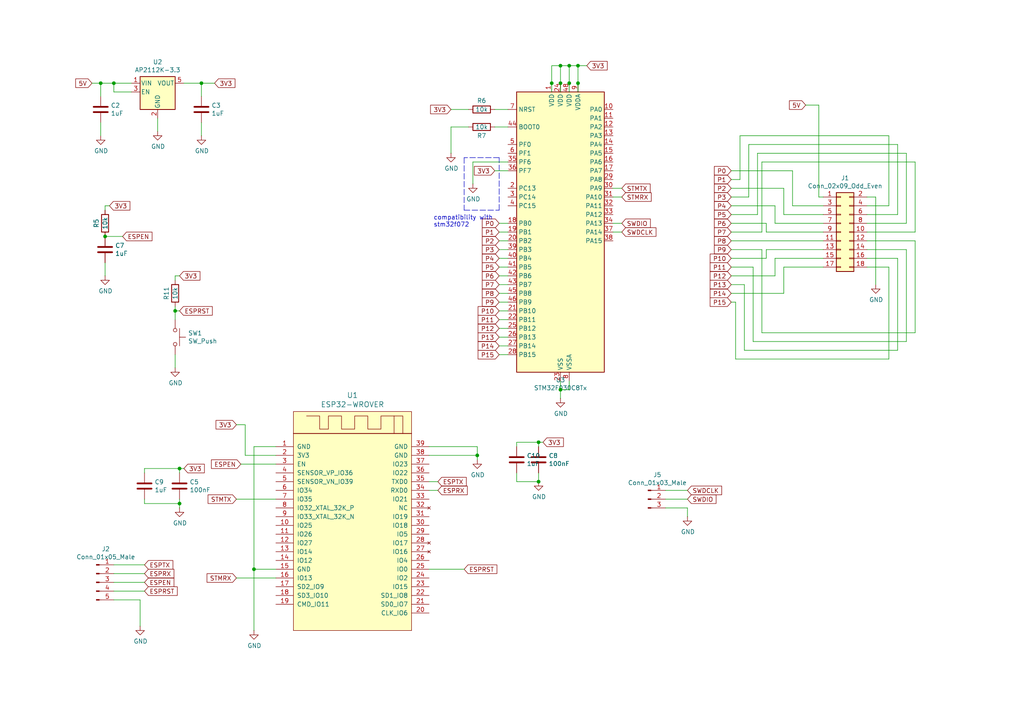
<source format=kicad_sch>
(kicad_sch (version 20250114) (generator "eeschema") (generator_version "9.0")
  (paper "A4")
  (lib_symbols
    (symbol "Connector:Conn_01x03_Male" (pin_names (offset 1.016) (hide yes))
      (property "Reference" "J" (at 0 5.08 0))
      (property "Value" "Connector_Conn_01x03_Male" (at 0 -5.08 0))
      (symbol "Conn_01x03_Male_1_1"
        (rectangle (start 0.8636 2.667) (end 0 2.413) (stroke (width 0.1524)) (fill (type outline)))
        (rectangle (start 0.8636 0.127) (end 0 -0.127) (stroke (width 0.1524)) (fill (type outline)))
        (rectangle (start 0.8636 -2.413) (end 0 -2.667) (stroke (width 0.1524)) (fill (type outline)))
        (polyline (pts (xy 1.27 2.54) (xy 0.8636 2.54)) (stroke (width 0.1524)))
        (polyline (pts (xy 1.27 0) (xy 0.8636 0)) (stroke (width 0.1524)))
        (polyline (pts (xy 1.27 -2.54) (xy 0.8636 -2.54)) (stroke (width 0.1524)))
        (pin passive line (at 5.08 2.54 180) (length 3.81) (name "Pin_1") (number "1"))
        (pin passive line (at 5.08 0 180) (length 3.81) (name "Pin_2") (number "2"))
        (pin passive line (at 5.08 -2.54 180) (length 3.81) (name "Pin_3") (number "3"))
      )
    )
    (symbol "Connector:Conn_01x05_Male" (pin_names (offset 1.016) (hide yes))
      (property "Reference" "J" (at 0 7.62 0))
      (property "Value" "Connector_Conn_01x05_Male" (at 0 -7.62 0))
      (symbol "Conn_01x05_Male_1_1"
        (rectangle (start 0.8636 5.207) (end 0 4.953) (stroke (width 0.1524)) (fill (type outline)))
        (rectangle (start 0.8636 2.667) (end 0 2.413) (stroke (width 0.1524)) (fill (type outline)))
        (rectangle (start 0.8636 0.127) (end 0 -0.127) (stroke (width 0.1524)) (fill (type outline)))
        (rectangle (start 0.8636 -2.413) (end 0 -2.667) (stroke (width 0.1524)) (fill (type outline)))
        (rectangle (start 0.8636 -4.953) (end 0 -5.207) (stroke (width 0.1524)) (fill (type outline)))
        (polyline (pts (xy 1.27 5.08) (xy 0.8636 5.08)) (stroke (width 0.1524)))
        (polyline (pts (xy 1.27 2.54) (xy 0.8636 2.54)) (stroke (width 0.1524)))
        (polyline (pts (xy 1.27 0) (xy 0.8636 0)) (stroke (width 0.1524)))
        (polyline (pts (xy 1.27 -2.54) (xy 0.8636 -2.54)) (stroke (width 0.1524)))
        (polyline (pts (xy 1.27 -5.08) (xy 0.8636 -5.08)) (stroke (width 0.1524)))
        (pin passive line (at 5.08 5.08 180) (length 3.81) (name "Pin_1") (number "1"))
        (pin passive line (at 5.08 2.54 180) (length 3.81) (name "Pin_2") (number "2"))
        (pin passive line (at 5.08 0 180) (length 3.81) (name "Pin_3") (number "3"))
        (pin passive line (at 5.08 -2.54 180) (length 3.81) (name "Pin_4") (number "4"))
        (pin passive line (at 5.08 -5.08 180) (length 3.81) (name "Pin_5") (number "5"))
      )
    )
    (symbol "Connector_Generic:Conn_02x09_Odd_Even" (pin_names (offset 1.016) (hide yes))
      (property "Reference" "J" (at 1.27 12.7 0))
      (property "Value" "Conn_02x09_Odd_Even" (at 1.27 -12.7 0))
      (symbol "Conn_02x09_Odd_Even_1_1"
        (rectangle (start -1.27 11.43) (end 3.81 -11.43) (stroke (width 0.254)) (fill (type background)))
        (rectangle (start -1.27 10.287) (end 0 10.033) (stroke (width 0.1524)))
        (rectangle (start -1.27 7.747) (end 0 7.493) (stroke (width 0.1524)))
        (rectangle (start -1.27 5.207) (end 0 4.953) (stroke (width 0.1524)))
        (rectangle (start -1.27 2.667) (end 0 2.413) (stroke (width 0.1524)))
        (rectangle (start -1.27 0.127) (end 0 -0.127) (stroke (width 0.1524)))
        (rectangle (start -1.27 -2.413) (end 0 -2.667) (stroke (width 0.1524)))
        (rectangle (start -1.27 -4.953) (end 0 -5.207) (stroke (width 0.1524)))
        (rectangle (start -1.27 -7.493) (end 0 -7.747) (stroke (width 0.1524)))
        (rectangle (start -1.27 -10.033) (end 0 -10.287) (stroke (width 0.1524)))
        (rectangle (start 3.81 10.287) (end 2.54 10.033) (stroke (width 0.1524)))
        (rectangle (start 3.81 7.747) (end 2.54 7.493) (stroke (width 0.1524)))
        (rectangle (start 3.81 5.207) (end 2.54 4.953) (stroke (width 0.1524)))
        (rectangle (start 3.81 2.667) (end 2.54 2.413) (stroke (width 0.1524)))
        (rectangle (start 3.81 0.127) (end 2.54 -0.127) (stroke (width 0.1524)))
        (rectangle (start 3.81 -2.413) (end 2.54 -2.667) (stroke (width 0.1524)))
        (rectangle (start 3.81 -4.953) (end 2.54 -5.207) (stroke (width 0.1524)))
        (rectangle (start 3.81 -7.493) (end 2.54 -7.747) (stroke (width 0.1524)))
        (rectangle (start 3.81 -10.033) (end 2.54 -10.287) (stroke (width 0.1524)))
        (pin passive line (at -5.08 10.16 0) (length 3.81) (name "Pin_1") (number "1"))
        (pin passive line (at -5.08 7.62 0) (length 3.81) (name "Pin_3") (number "3"))
        (pin passive line (at -5.08 5.08 0) (length 3.81) (name "Pin_5") (number "5"))
        (pin passive line (at -5.08 2.54 0) (length 3.81) (name "Pin_7") (number "7"))
        (pin passive line (at -5.08 0 0) (length 3.81) (name "Pin_9") (number "9"))
        (pin passive line (at -5.08 -2.54 0) (length 3.81) (name "Pin_11") (number "11"))
        (pin passive line (at -5.08 -5.08 0) (length 3.81) (name "Pin_13") (number "13"))
        (pin passive line (at -5.08 -7.62 0) (length 3.81) (name "Pin_15") (number "15"))
        (pin passive line (at -5.08 -10.16 0) (length 3.81) (name "Pin_17") (number "17"))
        (pin passive line (at 7.62 10.16 180) (length 3.81) (name "Pin_2") (number "2"))
        (pin passive line (at 7.62 7.62 180) (length 3.81) (name "Pin_4") (number "4"))
        (pin passive line (at 7.62 5.08 180) (length 3.81) (name "Pin_6") (number "6"))
        (pin passive line (at 7.62 2.54 180) (length 3.81) (name "Pin_8") (number "8"))
        (pin passive line (at 7.62 0 180) (length 3.81) (name "Pin_10") (number "10"))
        (pin passive line (at 7.62 -2.54 180) (length 3.81) (name "Pin_12") (number "12"))
        (pin passive line (at 7.62 -5.08 180) (length 3.81) (name "Pin_14") (number "14"))
        (pin passive line (at 7.62 -7.62 180) (length 3.81) (name "Pin_16") (number "16"))
        (pin passive line (at 7.62 -10.16 180) (length 3.81) (name "Pin_18") (number "18"))
      )
    )
    (symbol "Device:C" (pin_numbers (hide yes)) (pin_names (offset 0.254))
      (property "Reference" "C" (at 0.635 2.54 0))
      (property "Value" "C" (at 0.635 -2.54 0))
      (symbol "C_0_1"
        (polyline (pts (xy -2.032 0.762) (xy 2.032 0.762)) (stroke (width 0.508)))
        (polyline (pts (xy -2.032 -0.762) (xy 2.032 -0.762)) (stroke (width 0.508)))
      )
      (symbol "C_1_1"
        (pin passive line (at 0 3.81 270) (length 2.794) (name "~") (number "1"))
        (pin passive line (at 0 -3.81 90) (length 2.794) (name "~") (number "2"))
      )
    )
    (symbol "Device:R" (pin_numbers (hide yes)) (pin_names (offset 0))
      (property "Reference" "R" (at 2.032 0 90))
      (property "Value" "R" (at 0 0 90))
      (symbol "R_0_1"
        (rectangle (start -1.016 -2.54) (end 1.016 2.54) (stroke (width 0.254)))
      )
      (symbol "R_1_1"
        (pin passive line (at 0 3.81 270) (length 1.27) (name "~") (number "1"))
        (pin passive line (at 0 -3.81 90) (length 1.27) (name "~") (number "2"))
      )
    )
    (symbol "MCU_ST_STM32F0:STM32F030C8Tx"
      (property "Reference" "U" (at -12.7 41.91 0))
      (property "Value" "STM32F030C8Tx" (at 7.62 41.91 0))
      (symbol "STM32F030C8Tx_0_1"
        (rectangle (start -12.7 -40.64) (end 12.7 40.64) (stroke (width 0.254)) (fill (type background)))
      )
      (symbol "STM32F030C8Tx_1_1"
        (pin input line (at -15.24 35.56 0) (length 2.54) (name "NRST") (number "7"))
        (pin input line (at -15.24 30.48 0) (length 2.54) (name "BOOT0") (number "44"))
        (pin bidirectional line (at -15.24 25.4 0) (length 2.54) (name "PF0") (number "5"))
        (pin bidirectional line (at -15.24 22.86 0) (length 2.54) (name "PF1") (number "6"))
        (pin bidirectional line (at -15.24 20.32 0) (length 2.54) (name "PF6") (number "35"))
        (pin bidirectional line (at -15.24 17.78 0) (length 2.54) (name "PF7") (number "36"))
        (pin bidirectional line (at -15.24 12.7 0) (length 2.54) (name "PC13") (number "2"))
        (pin bidirectional line (at -15.24 10.16 0) (length 2.54) (name "PC14") (number "3"))
        (pin bidirectional line (at -15.24 7.62 0) (length 2.54) (name "PC15") (number "4"))
        (pin bidirectional line (at -15.24 2.54 0) (length 2.54) (name "PB0") (number "18"))
        (pin bidirectional line (at -15.24 0 0) (length 2.54) (name "PB1") (number "19"))
        (pin bidirectional line (at -15.24 -2.54 0) (length 2.54) (name "PB2") (number "20"))
        (pin bidirectional line (at -15.24 -5.08 0) (length 2.54) (name "PB3") (number "39"))
        (pin bidirectional line (at -15.24 -7.62 0) (length 2.54) (name "PB4") (number "40"))
        (pin bidirectional line (at -15.24 -10.16 0) (length 2.54) (name "PB5") (number "41"))
        (pin bidirectional line (at -15.24 -12.7 0) (length 2.54) (name "PB6") (number "42"))
        (pin bidirectional line (at -15.24 -15.24 0) (length 2.54) (name "PB7") (number "43"))
        (pin bidirectional line (at -15.24 -17.78 0) (length 2.54) (name "PB8") (number "45"))
        (pin bidirectional line (at -15.24 -20.32 0) (length 2.54) (name "PB9") (number "46"))
        (pin bidirectional line (at -15.24 -22.86 0) (length 2.54) (name "PB10") (number "21"))
        (pin bidirectional line (at -15.24 -25.4 0) (length 2.54) (name "PB11") (number "22"))
        (pin bidirectional line (at -15.24 -27.94 0) (length 2.54) (name "PB12") (number "25"))
        (pin bidirectional line (at -15.24 -30.48 0) (length 2.54) (name "PB13") (number "26"))
        (pin bidirectional line (at -15.24 -33.02 0) (length 2.54) (name "PB14") (number "27"))
        (pin bidirectional line (at -15.24 -35.56 0) (length 2.54) (name "PB15") (number "28"))
        (pin power_in line (at -2.54 43.18 270) (length 2.54) (name "VDD") (number "1"))
        (pin power_in line (at 0 43.18 270) (length 2.54) (name "VDD") (number "24"))
        (pin power_in line (at 0 -43.18 90) (length 2.54) (name "VSS") (number "23"))
        (pin passive line (at 0 -43.18 90) (length 2.54) (hide yes) (name "VSS") (number "47"))
        (pin power_in line (at 2.54 43.18 270) (length 2.54) (name "VDD") (number "48"))
        (pin power_in line (at 2.54 -43.18 90) (length 2.54) (name "VSSA") (number "8"))
        (pin power_in line (at 5.08 43.18 270) (length 2.54) (name "VDDA") (number "9"))
        (pin bidirectional line (at 15.24 35.56 180) (length 2.54) (name "PA0") (number "10"))
        (pin bidirectional line (at 15.24 33.02 180) (length 2.54) (name "PA1") (number "11"))
        (pin bidirectional line (at 15.24 30.48 180) (length 2.54) (name "PA2") (number "12"))
        (pin bidirectional line (at 15.24 27.94 180) (length 2.54) (name "PA3") (number "13"))
        (pin bidirectional line (at 15.24 25.4 180) (length 2.54) (name "PA4") (number "14"))
        (pin bidirectional line (at 15.24 22.86 180) (length 2.54) (name "PA5") (number "15"))
        (pin bidirectional line (at 15.24 20.32 180) (length 2.54) (name "PA6") (number "16"))
        (pin bidirectional line (at 15.24 17.78 180) (length 2.54) (name "PA7") (number "17"))
        (pin bidirectional line (at 15.24 15.24 180) (length 2.54) (name "PA8") (number "29"))
        (pin bidirectional line (at 15.24 12.7 180) (length 2.54) (name "PA9") (number "30"))
        (pin bidirectional line (at 15.24 10.16 180) (length 2.54) (name "PA10") (number "31"))
        (pin bidirectional line (at 15.24 7.62 180) (length 2.54) (name "PA11") (number "32"))
        (pin bidirectional line (at 15.24 5.08 180) (length 2.54) (name "PA12") (number "33"))
        (pin bidirectional line (at 15.24 2.54 180) (length 2.54) (name "PA13") (number "34"))
        (pin bidirectional line (at 15.24 0 180) (length 2.54) (name "PA14") (number "37"))
        (pin bidirectional line (at 15.24 -2.54 180) (length 2.54) (name "PA15") (number "38"))
      )
    )
    (symbol "Regulator_Linear:AP2112K-3.3" (pin_names (offset 0.254))
      (property "Reference" "U" (at -5.08 5.715 0))
      (property "Value" "AP2112K-3.3" (at 0 5.715 0))
      (symbol "AP2112K-3.3_0_1"
        (rectangle (start -5.08 4.445) (end 5.08 -5.08) (stroke (width 0.254)) (fill (type background)))
      )
      (symbol "AP2112K-3.3_1_1"
        (pin power_in line (at -7.62 2.54 0) (length 2.54) (name "VIN") (number "1"))
        (pin input line (at -7.62 0 0) (length 2.54) (name "EN") (number "3"))
        (pin power_in line (at 0 -7.62 90) (length 2.54) (name "GND") (number "2"))
        (pin no_connect line (at 5.08 0 180) (length 2.54) (hide yes) (name "NC") (number "4"))
        (pin power_out line (at 7.62 2.54 180) (length 2.54) (name "VOUT") (number "5"))
      )
    )
    (symbol "Switch:SW_Push" (pin_numbers (hide yes)) (pin_names (offset 1.016) (hide yes))
      (property "Reference" "SW" (at 1.27 2.54 0))
      (property "Value" "SW_Push" (at 0 -1.524 0))
      (symbol "SW_Push_0_1"
        (circle (center -2.032 0) (radius 0.508))
        (polyline (pts (xy 0 1.27) (xy 0 3.048)))
        (circle (center 2.032 0) (radius 0.508))
        (polyline (pts (xy 2.54 1.27) (xy -2.54 1.27)))
        (pin passive line (at -5.08 0 0) (length 2.54) (name "1") (number "1"))
        (pin passive line (at 5.08 0 180) (length 2.54) (name "2") (number "2"))
      )
    )
    (symbol "esp32-wrover:ESP32-WROVER" (pin_names (offset 1.016))
      (property "Reference" "U" (at -15.24 -33.02 0))
      (property "Value" "ESP32-WROVER" (at 6.35 -33.02 0))
      (symbol "ESP32-WROVER_0_1"
        (rectangle (start -17.78 29.21) (end 16.51 22.86) (fill (type background)))
        (rectangle (start -17.78 22.86) (end 16.51 -34.29) (fill (type background)))
        (polyline (pts (xy -13.97 27.94) (xy -10.16 27.94) (xy -10.16 24.13) (xy -7.62 24.13) (xy -7.62 27.94) (xy -3.81 27.94) (xy -3.81 24.13) (xy 0 24.13) (xy 0 27.94) (xy 3.81 27.94) (xy 3.81 24.13) (xy 7.62 24.13) (xy 7.62 27.94) (xy 11.43 27.94) (xy 11.43 22.86)))
        (polyline (pts (xy 11.43 27.94) (xy 13.97 27.94) (xy 13.97 22.86)))
      )
      (symbol "ESP32-WROVER_1_1"
        (pin power_in line (at -22.86 19.05 0) (length 5.08) (name "GND") (number "1"))
        (pin power_in line (at -22.86 16.51 0) (length 5.08) (name "3V3") (number "2"))
        (pin input line (at -22.86 13.97 0) (length 5.08) (name "EN") (number "3"))
        (pin input line (at -22.86 11.43 0) (length 5.08) (name "SENSOR_VP_IO36") (number "4"))
        (pin input line (at -22.86 8.89 0) (length 5.08) (name "SENSOR_VN_IO39") (number "5"))
        (pin input line (at -22.86 6.35 0) (length 5.08) (name "IO34") (number "6"))
        (pin input line (at -22.86 3.81 0) (length 5.08) (name "IO35") (number "7"))
        (pin bidirectional line (at -22.86 1.27 0) (length 5.08) (name "IO32_XTAL_32K_P") (number "8"))
        (pin bidirectional line (at -22.86 -1.27 0) (length 5.08) (name "IO33_XTAL_32K_N") (number "9"))
        (pin bidirectional line (at -22.86 -3.81 0) (length 5.08) (name "IO25") (number "10"))
        (pin bidirectional line (at -22.86 -6.35 0) (length 5.08) (name "IO26") (number "11"))
        (pin bidirectional line (at -22.86 -8.89 0) (length 5.08) (name "IO27") (number "12"))
        (pin bidirectional line (at -22.86 -11.43 0) (length 5.08) (name "IO14") (number "13"))
        (pin bidirectional line (at -22.86 -13.97 0) (length 5.08) (name "IO12") (number "14"))
        (pin power_in line (at -22.86 -16.51 0) (length 5.08) (name "GND") (number "15"))
        (pin bidirectional line (at -22.86 -19.05 0) (length 5.08) (name "IO13") (number "16"))
        (pin bidirectional line (at -22.86 -21.59 0) (length 5.08) (name "SD2_IO9") (number "17"))
        (pin bidirectional line (at -22.86 -24.13 0) (length 5.08) (name "SD3_IO10") (number "18"))
        (pin bidirectional line (at -22.86 -26.67 0) (length 5.08) (name "CMD_IO11") (number "19"))
        (pin power_in line (at 21.59 19.05 180) (length 5.08) (name "GND") (number "39"))
        (pin power_in line (at 21.59 16.51 180) (length 5.08) (name "GND") (number "38"))
        (pin bidirectional line (at 21.59 13.97 180) (length 5.08) (name "IO23") (number "37"))
        (pin bidirectional line (at 21.59 11.43 180) (length 5.08) (name "IO22") (number "36"))
        (pin output line (at 21.59 8.89 180) (length 5.08) (name "TXD0") (number "35"))
        (pin input line (at 21.59 6.35 180) (length 5.08) (name "RXD0") (number "34"))
        (pin bidirectional line (at 21.59 3.81 180) (length 5.08) (name "IO21") (number "33"))
        (pin no_connect line (at 21.59 1.27 180) (length 5.08) (name "NC") (number "32"))
        (pin bidirectional line (at 21.59 -1.27 180) (length 5.08) (name "IO19") (number "31"))
        (pin bidirectional line (at 21.59 -3.81 180) (length 5.08) (name "IO18") (number "30"))
        (pin bidirectional line (at 21.59 -6.35 180) (length 5.08) (name "IO5") (number "29"))
        (pin no_connect line (at 21.59 -8.89 180) (length 5.08) (name "IO17") (number "28"))
        (pin no_connect line (at 21.59 -11.43 180) (length 5.08) (name "IO16") (number "27"))
        (pin bidirectional line (at 21.59 -13.97 180) (length 5.08) (name "IO4") (number "26"))
        (pin bidirectional line (at 21.59 -16.51 180) (length 5.08) (name "IO0") (number "25"))
        (pin bidirectional line (at 21.59 -19.05 180) (length 5.08) (name "IO2") (number "24"))
        (pin bidirectional line (at 21.59 -21.59 180) (length 5.08) (name "IO15") (number "23"))
        (pin bidirectional line (at 21.59 -24.13 180) (length 5.08) (name "SD1_IO8") (number "22"))
        (pin bidirectional line (at 21.59 -26.67 180) (length 5.08) (name "SD0_IO7") (number "21"))
        (pin bidirectional line (at 21.59 -29.21 180) (length 5.08) (name "CLK_IO6") (number "20"))
      )
    )
    (symbol "power:GND" (power) (pin_numbers (hide yes)) (pin_names (offset 0) (hide yes))
      (property "Value" "GND" (at 0 -3.81 0))
      (symbol "GND_0_1"
        (polyline (pts (xy 0 0) (xy 0 -1.27) (xy 1.27 -1.27) (xy 0 -2.54) (xy -1.27 -1.27) (xy 0 -1.27)))
      )
      (symbol "GND_1_1"
        (pin power_in line (at 0 0 270) (length 0) (name "~") (number "1"))
      )
    )
  )
  (text "compatibility with\nstm32f072" (at 125.73 66.04 0) (effects (font (size 1.27 1.27)) (justify left bottom)))
  (junction (at 73.66 165.1))
  (junction (at 165.1 24.13))
  (junction (at 162.56 24.13))
  (junction (at 33.02 24.13))
  (junction (at 162.56 113.03))
  (junction (at 165.1 19.05))
  (junction (at 50.8 90.17))
  (junction (at 156.21 128.27))
  (junction (at 29.21 24.13))
  (junction (at 162.56 19.05))
  (junction (at 58.42 24.13))
  (junction (at 52.07 146.05))
  (junction (at 52.07 135.89))
  (junction (at 167.64 24.13))
  (junction (at 156.21 139.7))
  (junction (at 30.48 68.58))
  (junction (at 160.02 24.13))
  (junction (at 138.43 132.08))
  (junction (at 167.64 19.05))
  (wire (pts (xy 237.49 30.48) (xy 237.49 57.15)))
  (wire (pts (xy 162.56 26.67) (xy 162.56 24.13)))
  (wire (pts (xy 147.32 67.31) (xy 144.78 67.31)))
  (wire (pts (xy 138.43 132.08) (xy 138.43 133.35)))
  (wire (pts (xy 156.21 137.16) (xy 156.21 139.7)))
  (wire (pts (xy 222.25 72.39) (xy 222.25 74.93)))
  (wire (pts (xy 147.32 46.99) (xy 137.16 46.99)))
  (wire (pts (xy 50.8 80.01) (xy 50.8 81.28)))
  (wire (pts (xy 68.58 144.78) (xy 80.01 144.78)))
  (wire (pts (xy 149.86 139.7) (xy 156.21 139.7)))
  (wire (pts (xy 212.09 74.93) (xy 222.25 74.93)))
  (wire (pts (xy 212.09 57.15) (xy 217.17 57.15)))
  (wire (pts (xy 212.09 64.77) (xy 222.25 64.77)))
  (wire (pts (xy 167.64 19.05) (xy 167.64 24.13)))
  (polyline (pts (xy 144.78 45.72) (xy 134.62 45.72)) (stroke (width 0) (type dash)))
  (wire (pts (xy 68.58 167.64) (xy 80.01 167.64)))
  (wire (pts (xy 33.02 166.37) (xy 41.91 166.37)))
  (wire (pts (xy 260.35 74.93) (xy 251.46 74.93)))
  (wire (pts (xy 147.32 36.83) (xy 143.51 36.83)))
  (wire (pts (xy 212.09 69.85) (xy 238.76 69.85)))
  (wire (pts (xy 219.71 44.45) (xy 262.89 44.45)))
  (wire (pts (xy 212.09 82.55) (xy 215.9 82.55)))
  (bus (pts (xy -31.75 -25.4) (xy -29.21 -22.86)))
  (wire (pts (xy 58.42 24.13) (xy 53.34 24.13)))
  (wire (pts (xy 212.09 49.53) (xy 229.87 49.53)))
  (wire (pts (xy 162.56 113.03) (xy 162.56 110.49)))
  (wire (pts (xy 220.98 46.99) (xy 265.43 46.99)))
  (wire (pts (xy 147.32 64.77) (xy 144.78 64.77)))
  (wire (pts (xy 218.44 77.47) (xy 218.44 99.06)))
  (wire (pts (xy 167.64 19.05) (xy 170.18 19.05)))
  (wire (pts (xy 29.21 24.13) (xy 29.21 27.94)))
  (wire (pts (xy 33.02 173.99) (xy 40.64 173.99)))
  (wire (pts (xy 215.9 82.55) (xy 215.9 101.6)))
  (wire (pts (xy 31.75 59.69) (xy 30.48 59.69)))
  (wire (pts (xy 52.07 144.78) (xy 52.07 146.05)))
  (wire (pts (xy 212.09 67.31) (xy 220.98 67.31)))
  (wire (pts (xy 165.1 110.49) (xy 165.1 113.03)))
  (wire (pts (xy 135.89 36.83) (xy 130.81 36.83)))
  (wire (pts (xy 238.76 57.15) (xy 237.49 57.15)))
  (polyline (pts (xy 134.62 60.96) (xy 144.78 60.96)) (stroke (width 0) (type dash)))
  (wire (pts (xy 262.89 44.45) (xy 262.89 64.77)))
  (wire (pts (xy 30.48 76.2) (xy 30.48 80.01)))
  (wire (pts (xy 165.1 19.05) (xy 165.1 24.13)))
  (wire (pts (xy 35.56 68.58) (xy 30.48 68.58)))
  (wire (pts (xy 265.43 67.31) (xy 251.46 67.31)))
  (wire (pts (xy 260.35 62.23) (xy 251.46 62.23)))
  (wire (pts (xy 52.07 135.89) (xy 52.07 137.16)))
  (wire (pts (xy 41.91 146.05) (xy 52.07 146.05)))
  (wire (pts (xy 213.36 87.63) (xy 212.09 87.63)))
  (wire (pts (xy 30.48 59.69) (xy 30.48 60.96)))
  (wire (pts (xy 52.07 90.17) (xy 50.8 90.17)))
  (polyline (pts (xy 134.62 45.72) (xy 134.62 60.96)) (stroke (width 0) (type dash)))
  (wire (pts (xy 127 139.7) (xy 124.46 139.7)))
  (wire (pts (xy 138.43 129.54) (xy 138.43 132.08)))
  (wire (pts (xy 257.81 59.69) (xy 251.46 59.69)))
  (wire (pts (xy 212.09 62.23) (xy 219.71 62.23)))
  (wire (pts (xy 50.8 102.87) (xy 50.8 106.68)))
  (wire (pts (xy 217.17 57.15) (xy 217.17 41.91)))
  (wire (pts (xy 227.33 62.23) (xy 238.76 62.23)))
  (wire (pts (xy 180.34 67.31) (xy 177.8 67.31)))
  (wire (pts (xy 260.35 101.6) (xy 260.35 74.93)))
  (wire (pts (xy 217.17 41.91) (xy 260.35 41.91)))
  (wire (pts (xy 238.76 74.93) (xy 224.79 74.93)))
  (wire (pts (xy 147.32 92.71) (xy 144.78 92.71)))
  (wire (pts (xy 262.89 64.77) (xy 251.46 64.77)))
  (wire (pts (xy 157.48 128.27) (xy 156.21 128.27)))
  (wire (pts (xy 262.89 99.06) (xy 262.89 72.39)))
  (wire (pts (xy 147.32 82.55) (xy 144.78 82.55)))
  (wire (pts (xy 165.1 113.03) (xy 162.56 113.03)))
  (wire (pts (xy 41.91 144.78) (xy 41.91 146.05)))
  (wire (pts (xy 147.32 72.39) (xy 144.78 72.39)))
  (wire (pts (xy 224.79 74.93) (xy 224.79 80.01)))
  (wire (pts (xy 218.44 99.06) (xy 262.89 99.06)))
  (wire (pts (xy 40.64 173.99) (xy 40.64 181.61)))
  (wire (pts (xy 29.21 35.56) (xy 29.21 39.37)))
  (wire (pts (xy 71.12 132.08) (xy 80.01 132.08)))
  (wire (pts (xy 149.86 128.27) (xy 149.86 129.54)))
  (wire (pts (xy 147.32 87.63) (xy 144.78 87.63)))
  (wire (pts (xy 220.98 96.52) (xy 220.98 72.39)))
  (wire (pts (xy 147.32 69.85) (xy 144.78 69.85)))
  (wire (pts (xy 199.39 142.24) (xy 193.04 142.24)))
  (wire (pts (xy 53.34 135.89) (xy 52.07 135.89)))
  (wire (pts (xy 29.21 24.13) (xy 33.02 24.13)))
  (wire (pts (xy 165.1 19.05) (xy 167.64 19.05)))
  (wire (pts (xy 257.81 77.47) (xy 257.81 104.14)))
  (wire (pts (xy 149.86 137.16) (xy 149.86 139.7)))
  (wire (pts (xy 147.32 97.79) (xy 144.78 97.79)))
  (wire (pts (xy 124.46 132.08) (xy 138.43 132.08)))
  (wire (pts (xy 33.02 163.83) (xy 41.91 163.83)))
  (wire (pts (xy 147.32 85.09) (xy 144.78 85.09)))
  (wire (pts (xy 212.09 77.47) (xy 218.44 77.47)))
  (wire (pts (xy 251.46 69.85) (xy 265.43 69.85)))
  (wire (pts (xy 38.1 24.13) (xy 33.02 24.13)))
  (wire (pts (xy 180.34 54.61) (xy 177.8 54.61)))
  (wire (pts (xy 124.46 129.54) (xy 138.43 129.54)))
  (wire (pts (xy 62.23 24.13) (xy 58.42 24.13)))
  (wire (pts (xy 33.02 26.67) (xy 38.1 26.67)))
  (wire (pts (xy 58.42 35.56) (xy 58.42 39.37)))
  (wire (pts (xy 180.34 57.15) (xy 177.8 57.15)))
  (wire (pts (xy 224.79 64.77) (xy 238.76 64.77)))
  (wire (pts (xy 251.46 77.47) (xy 257.81 77.47)))
  (wire (pts (xy 68.58 123.19) (xy 71.12 123.19)))
  (wire (pts (xy 41.91 135.89) (xy 41.91 137.16)))
  (wire (pts (xy 229.87 49.53) (xy 229.87 59.69)))
  (wire (pts (xy 124.46 165.1) (xy 134.62 165.1)))
  (wire (pts (xy 214.63 52.07) (xy 212.09 52.07)))
  (wire (pts (xy 233.68 30.48) (xy 237.49 30.48)))
  (wire (pts (xy 130.81 44.45) (xy 130.81 36.83)))
  (wire (pts (xy 251.46 57.15) (xy 254 57.15)))
  (wire (pts (xy 52.07 80.01) (xy 50.8 80.01)))
  (wire (pts (xy 199.39 149.86) (xy 199.39 147.32)))
  (wire (pts (xy 45.72 38.1) (xy 45.72 34.29)))
  (wire (pts (xy 212.09 72.39) (xy 220.98 72.39)))
  (wire (pts (xy 73.66 129.54) (xy 73.66 165.1)))
  (wire (pts (xy 180.34 64.77) (xy 177.8 64.77)))
  (wire (pts (xy 162.56 115.57) (xy 162.56 113.03)))
  (wire (pts (xy 147.32 102.87) (xy 144.78 102.87)))
  (wire (pts (xy 33.02 171.45) (xy 41.91 171.45)))
  (wire (pts (xy 80.01 134.62) (xy 69.85 134.62)))
  (wire (pts (xy 227.33 77.47) (xy 227.33 85.09)))
  (wire (pts (xy 50.8 88.9) (xy 50.8 90.17)))
  (wire (pts (xy 199.39 147.32) (xy 193.04 147.32)))
  (wire (pts (xy 257.81 39.37) (xy 257.81 59.69)))
  (wire (pts (xy 229.87 59.69) (xy 238.76 59.69)))
  (wire (pts (xy 143.51 31.75) (xy 147.32 31.75)))
  (wire (pts (xy 212.09 85.09) (xy 227.33 85.09)))
  (wire (pts (xy 214.63 39.37) (xy 257.81 39.37)))
  (wire (pts (xy 147.32 77.47) (xy 144.78 77.47)))
  (wire (pts (xy 156.21 128.27) (xy 149.86 128.27)))
  (wire (pts (xy 260.35 41.91) (xy 260.35 62.23)))
  (wire (pts (xy 162.56 19.05) (xy 160.02 19.05)))
  (wire (pts (xy 160.02 24.13) (xy 160.02 26.67)))
  (wire (pts (xy 26.67 24.13) (xy 29.21 24.13)))
  (wire (pts (xy 160.02 19.05) (xy 160.02 24.13)))
  (wire (pts (xy 212.09 59.69) (xy 224.79 59.69)))
  (wire (pts (xy 254 57.15) (xy 254 82.55)))
  (wire (pts (xy 73.66 165.1) (xy 73.66 182.88)))
  (wire (pts (xy 265.43 96.52) (xy 220.98 96.52)))
  (wire (pts (xy 147.32 100.33) (xy 144.78 100.33)))
  (wire (pts (xy 265.43 46.99) (xy 265.43 67.31)))
  (wire (pts (xy 212.09 80.01) (xy 224.79 80.01)))
  (wire (pts (xy 52.07 146.05) (xy 52.07 147.32)))
  (wire (pts (xy 220.98 67.31) (xy 220.98 46.99)))
  (wire (pts (xy 147.32 49.53) (xy 143.51 49.53)))
  (wire (pts (xy 212.09 54.61) (xy 227.33 54.61)))
  (wire (pts (xy 219.71 62.23) (xy 219.71 44.45)))
  (wire (pts (xy 213.36 104.14) (xy 213.36 87.63)))
  (wire (pts (xy 238.76 72.39) (xy 222.25 72.39)))
  (wire (pts (xy 215.9 101.6) (xy 260.35 101.6)))
  (wire (pts (xy 199.39 144.78) (xy 193.04 144.78)))
  (wire (pts (xy 147.32 80.01) (xy 144.78 80.01)))
  (wire (pts (xy 58.42 27.94) (xy 58.42 24.13)))
  (wire (pts (xy 80.01 165.1) (xy 73.66 165.1)))
  (polyline (pts (xy 144.78 60.96) (xy 144.78 45.72)) (stroke (width 0) (type dash)))
  (wire (pts (xy 80.01 129.54) (xy 73.66 129.54)))
  (wire (pts (xy 135.89 31.75) (xy 130.81 31.75)))
  (wire (pts (xy 52.07 135.89) (xy 41.91 135.89)))
  (wire (pts (xy 222.25 67.31) (xy 238.76 67.31)))
  (wire (pts (xy 50.8 90.17) (xy 50.8 92.71)))
  (wire (pts (xy 147.32 90.17) (xy 144.78 90.17)))
  (wire (pts (xy 147.32 95.25) (xy 144.78 95.25)))
  (wire (pts (xy 147.32 74.93) (xy 144.78 74.93)))
  (wire (pts (xy 265.43 69.85) (xy 265.43 96.52)))
  (wire (pts (xy 257.81 104.14) (xy 213.36 104.14)))
  (wire (pts (xy 238.76 77.47) (xy 227.33 77.47)))
  (wire (pts (xy 214.63 52.07) (xy 214.63 39.37)))
  (wire (pts (xy 137.16 46.99) (xy 137.16 53.34)))
  (wire (pts (xy 222.25 64.77) (xy 222.25 67.31)))
  (wire (pts (xy 71.12 123.19) (xy 71.12 132.08)))
  (wire (pts (xy 165.1 24.13) (xy 165.1 26.67)))
  (wire (pts (xy 167.64 24.13) (xy 167.64 26.67)))
  (wire (pts (xy 127 142.24) (xy 124.46 142.24)))
  (wire (pts (xy 156.21 128.27) (xy 156.21 129.54)))
  (wire (pts (xy 162.56 24.13) (xy 162.56 19.05)))
  (wire (pts (xy 262.89 72.39) (xy 251.46 72.39)))
  (wire (pts (xy 227.33 54.61) (xy 227.33 62.23)))
  (wire (pts (xy 33.02 24.13) (xy 33.02 26.67)))
  (wire (pts (xy 224.79 59.69) (xy 224.79 64.77)))
  (wire (pts (xy 165.1 19.05) (xy 162.56 19.05)))
  (wire (pts (xy 33.02 168.91) (xy 41.91 168.91)))
  (global_label "5V" (shape input) (at 233.68 30.48 180) (property "Intersheetrefs" "${INTERSHEET_REFS}" (effects (hide yes))))
  (global_label "ESPEN" (shape input) (at 41.91 168.91 0) (property "Intersheetrefs" "${INTERSHEET_REFS}" (effects (hide yes))))
  (global_label "STMTX" (shape input) (at 180.34 54.61 0) (property "Intersheetrefs" "${INTERSHEET_REFS}" (effects (hide yes))))
  (global_label "P6" (shape input) (at 212.09 64.77 180) (property "Intersheetrefs" "${INTERSHEET_REFS}" (effects (hide yes))))
  (global_label "SWDIO" (shape input) (at 180.34 64.77 0) (property "Intersheetrefs" "${INTERSHEET_REFS}" (effects (hide yes))))
  (global_label "3V3" (shape input) (at 53.34 135.89 0) (property "Intersheetrefs" "${INTERSHEET_REFS}" (effects (hide yes))))
  (global_label "3V3" (shape input) (at 170.18 19.05 0) (property "Intersheetrefs" "${INTERSHEET_REFS}" (effects (hide yes))))
  (global_label "P4" (shape input) (at 212.09 59.69 180) (property "Intersheetrefs" "${INTERSHEET_REFS}" (effects (hide yes))))
  (global_label "P15" (shape input) (at 144.78 102.87 180) (property "Intersheetrefs" "${INTERSHEET_REFS}" (effects (hide yes))))
  (global_label "STMRX" (shape input) (at 180.34 57.15 0) (property "Intersheetrefs" "${INTERSHEET_REFS}" (effects (hide yes))))
  (global_label "P9" (shape input) (at 144.78 87.63 180) (property "Intersheetrefs" "${INTERSHEET_REFS}" (effects (hide yes))))
  (global_label "P3" (shape input) (at 212.09 57.15 180) (property "Intersheetrefs" "${INTERSHEET_REFS}" (effects (hide yes))))
  (global_label "3V3" (shape input) (at 143.51 49.53 180) (property "Intersheetrefs" "${INTERSHEET_REFS}" (effects (hide yes))))
  (global_label "STMTX" (shape input) (at 68.58 144.78 180) (property "Intersheetrefs" "${INTERSHEET_REFS}" (effects (hide yes))))
  (global_label "P11" (shape input) (at 144.78 92.71 180) (property "Intersheetrefs" "${INTERSHEET_REFS}" (effects (hide yes))))
  (global_label "ESPEN" (shape input) (at 35.56 68.58 0) (property "Intersheetrefs" "${INTERSHEET_REFS}" (effects (hide yes))))
  (global_label "P6" (shape input) (at 144.78 80.01 180) (property "Intersheetrefs" "${INTERSHEET_REFS}" (effects (hide yes))))
  (global_label "P5" (shape input) (at 212.09 62.23 180) (property "Intersheetrefs" "${INTERSHEET_REFS}" (effects (hide yes))))
  (global_label "P1" (shape input) (at 212.09 52.07 180) (property "Intersheetrefs" "${INTERSHEET_REFS}" (effects (hide yes))))
  (global_label "ESPRST" (shape input) (at 41.91 171.45 0) (property "Intersheetrefs" "${INTERSHEET_REFS}" (effects (hide yes))))
  (global_label "STMRX" (shape input) (at 68.58 167.64 180) (property "Intersheetrefs" "${INTERSHEET_REFS}" (effects (hide yes))))
  (global_label "P14" (shape input) (at 144.78 100.33 180) (property "Intersheetrefs" "${INTERSHEET_REFS}" (effects (hide yes))))
  (global_label "ESPRST" (shape input) (at 134.62 165.1 0) (property "Intersheetrefs" "${INTERSHEET_REFS}" (effects (hide yes))))
  (global_label "P13" (shape input) (at 144.78 97.79 180) (property "Intersheetrefs" "${INTERSHEET_REFS}" (effects (hide yes))))
  (global_label "5V" (shape input) (at 26.67 24.13 180) (property "Intersheetrefs" "${INTERSHEET_REFS}" (effects (hide yes))))
  (global_label "ESPTX" (shape input) (at 127 139.7 0) (property "Intersheetrefs" "${INTERSHEET_REFS}" (effects (hide yes))))
  (global_label "P7" (shape input) (at 144.78 82.55 180) (property "Intersheetrefs" "${INTERSHEET_REFS}" (effects (hide yes))))
  (global_label "P9" (shape input) (at 212.09 72.39 180) (property "Intersheetrefs" "${INTERSHEET_REFS}" (effects (hide yes))))
  (global_label "P14" (shape input) (at 212.09 85.09 180) (property "Intersheetrefs" "${INTERSHEET_REFS}" (effects (hide yes))))
  (global_label "SWDIO" (shape input) (at 199.39 144.78 0) (property "Intersheetrefs" "${INTERSHEET_REFS}" (effects (hide yes))))
  (global_label "ESPTX" (shape input) (at 41.91 163.83 0) (property "Intersheetrefs" "${INTERSHEET_REFS}" (effects (hide yes))))
  (global_label "P4" (shape input) (at 144.78 74.93 180) (property "Intersheetrefs" "${INTERSHEET_REFS}" (effects (hide yes))))
  (global_label "P10" (shape input) (at 144.78 90.17 180) (property "Intersheetrefs" "${INTERSHEET_REFS}" (effects (hide yes))))
  (global_label "P12" (shape input) (at 144.78 95.25 180) (property "Intersheetrefs" "${INTERSHEET_REFS}" (effects (hide yes))))
  (global_label "3V3" (shape input) (at 62.23 24.13 0) (property "Intersheetrefs" "${INTERSHEET_REFS}" (effects (hide yes))))
  (global_label "P0" (shape input) (at 144.78 64.77 180) (property "Intersheetrefs" "${INTERSHEET_REFS}" (effects (hide yes))))
  (global_label "P8" (shape input) (at 212.09 69.85 180) (property "Intersheetrefs" "${INTERSHEET_REFS}" (effects (hide yes))))
  (global_label "3V3" (shape input) (at 157.48 128.27 0) (property "Intersheetrefs" "${INTERSHEET_REFS}" (effects (hide yes))))
  (global_label "P2" (shape input) (at 212.09 54.61 180) (property "Intersheetrefs" "${INTERSHEET_REFS}" (effects (hide yes))))
  (global_label "P1" (shape input) (at 144.78 67.31 180) (property "Intersheetrefs" "${INTERSHEET_REFS}" (effects (hide yes))))
  (global_label "P8" (shape input) (at 144.78 85.09 180) (property "Intersheetrefs" "${INTERSHEET_REFS}" (effects (hide yes))))
  (global_label "P0" (shape input) (at 212.09 49.53 180) (property "Intersheetrefs" "${INTERSHEET_REFS}" (effects (hide yes))))
  (global_label "ESPRX" (shape input) (at 127 142.24 0) (property "Intersheetrefs" "${INTERSHEET_REFS}" (effects (hide yes))))
  (global_label "P10" (shape input) (at 212.09 74.93 180) (property "Intersheetrefs" "${INTERSHEET_REFS}" (effects (hide yes))))
  (global_label "P2" (shape input) (at 144.78 69.85 180) (property "Intersheetrefs" "${INTERSHEET_REFS}" (effects (hide yes))))
  (global_label "P13" (shape input) (at 212.09 82.55 180) (property "Intersheetrefs" "${INTERSHEET_REFS}" (effects (hide yes))))
  (global_label "ESPRST" (shape input) (at 52.07 90.17 0) (property "Intersheetrefs" "${INTERSHEET_REFS}" (effects (hide yes))))
  (global_label "P12" (shape input) (at 212.09 80.01 180) (property "Intersheetrefs" "${INTERSHEET_REFS}" (effects (hide yes))))
  (global_label "SWDCLK" (shape input) (at 199.39 142.24 0) (property "Intersheetrefs" "${INTERSHEET_REFS}" (effects (hide yes))))
  (global_label "P15" (shape input) (at 212.09 87.63 180) (property "Intersheetrefs" "${INTERSHEET_REFS}" (effects (hide yes))))
  (global_label "3V3" (shape input) (at 31.75 59.69 0) (property "Intersheetrefs" "${INTERSHEET_REFS}" (effects (hide yes))))
  (global_label "ESPRX" (shape input) (at 41.91 166.37 0) (property "Intersheetrefs" "${INTERSHEET_REFS}" (effects (hide yes))))
  (global_label "3V3" (shape input) (at 130.81 31.75 180) (property "Intersheetrefs" "${INTERSHEET_REFS}" (effects (hide yes))))
  (global_label "P5" (shape input) (at 144.78 77.47 180) (property "Intersheetrefs" "${INTERSHEET_REFS}" (effects (hide yes))))
  (global_label "3V3" (shape input) (at 68.58 123.19 180) (property "Intersheetrefs" "${INTERSHEET_REFS}" (effects (hide yes))))
  (global_label "ESPEN" (shape input) (at 69.85 134.62 180) (property "Intersheetrefs" "${INTERSHEET_REFS}" (effects (hide yes))))
  (global_label "SWDCLK" (shape input) (at 180.34 67.31 0) (property "Intersheetrefs" "${INTERSHEET_REFS}" (effects (hide yes))))
  (global_label "P3" (shape input) (at 144.78 72.39 180) (property "Intersheetrefs" "${INTERSHEET_REFS}" (effects (hide yes))))
  (global_label "P7" (shape input) (at 212.09 67.31 180) (property "Intersheetrefs" "${INTERSHEET_REFS}" (effects (hide yes))))
  (global_label "P11" (shape input) (at 212.09 77.47 180) (property "Intersheetrefs" "${INTERSHEET_REFS}" (effects (hide yes))))
  (global_label "3V3" (shape input) (at 52.07 80.01 0) (property "Intersheetrefs" "${INTERSHEET_REFS}" (effects (hide yes))))
  (symbol (lib_id "esp32-wrover:ESP32-WROVER") (at 102.87 148.59 0) (unit 1)
    (property "Reference" "U1" (at 102.235 114.6302 0) (effects (font (size 1.524 1.524))))
    (property "Value" "ESP32-WROVER" (at 102.235 117.3226 0) (effects (font (size 1.524 1.524))))
    (property "Footprint" "esp32-wrover:XCVR_ESP32-WROVER" (effects (hide yes)))
    (property "LCSC" "C701352" (effects (hide yes)))
  )
  (symbol (lib_id "power:GND") (at 162.56 115.57 0) (unit 1)
    (property "Reference" "#PWR0103" (effects (hide yes)))
    (property "Value" "GND" (at 162.687 119.9642 0))
  )
  (symbol (lib_id "Device:R") (at 139.7 31.75 270) (unit 1)
    (property "Reference" "R6" (at 139.7 29.21 90))
    (property "Value" "10k" (at 139.7 31.75 90))
    (property "Footprint" "Resistor_SMD:R_0402_1005Metric" (effects (hide yes)))
    (property "LCSC" "C25744" (effects (hide yes)))
  )
  (symbol (lib_id "Device:R") (at 139.7 36.83 270) (unit 1)
    (property "Reference" "R7" (at 139.7 39.37 90))
    (property "Value" "10k" (at 139.7 36.83 90))
    (property "Footprint" "Resistor_SMD:R_0402_1005Metric" (effects (hide yes)))
    (property "LCSC" "C25744" (effects (hide yes)))
  )
  (symbol (lib_id "power:GND") (at 130.81 44.45 0) (unit 1)
    (property "Reference" "#PWR0106" (effects (hide yes)))
    (property "Value" "GND" (at 130.937 48.8442 0))
  )
  (symbol (lib_id "Device:C") (at 30.48 72.39 0) (unit 1)
    (property "Reference" "C7" (at 33.401 71.2216 0) (effects (justify left)))
    (property "Value" "1uF" (at 33.401 73.533 0) (effects (justify left)))
    (property "Footprint" "Capacitor_SMD:C_0402_1005Metric" (effects (hide yes)))
    (property "LCSC" "C52923" (effects (hide yes)))
  )
  (symbol (lib_id "power:GND") (at 30.48 80.01 0) (unit 1)
    (property "Reference" "#PWR0112" (effects (hide yes)))
    (property "Value" "GND" (at 30.607 84.4042 0))
  )
  (symbol (lib_id "Device:C") (at 156.21 133.35 0) (unit 1)
    (property "Reference" "C8" (at 159.131 132.1816 0) (effects (justify left)))
    (property "Value" "100nF" (at 159.131 134.493 0) (effects (justify left)))
    (property "Footprint" "Capacitor_SMD:C_0402_1005Metric" (effects (hide yes)))
    (property "LCSC" "C1525" (effects (hide yes)))
  )
  (symbol (lib_id "power:GND") (at 156.21 139.7 0) (unit 1)
    (property "Reference" "#PWR0107" (effects (hide yes)))
    (property "Value" "GND" (at 156.337 144.0942 0))
  )
  (symbol (lib_id "Device:C") (at 52.07 140.97 0) (unit 1)
    (property "Reference" "C5" (at 54.991 139.8016 0) (effects (justify left)))
    (property "Value" "100nF" (at 54.991 142.113 0) (effects (justify left)))
    (property "Footprint" "Capacitor_SMD:C_0402_1005Metric" (effects (hide yes)))
    (property "LCSC" "C1525" (effects (hide yes)))
  )
  (symbol (lib_id "power:GND") (at 52.07 147.32 0) (unit 1)
    (property "Reference" "#PWR0108" (effects (hide yes)))
    (property "Value" "GND" (at 52.197 151.7142 0))
  )
  (symbol (lib_id "power:GND") (at 73.66 182.88 0) (unit 1)
    (property "Reference" "#PWR0109" (effects (hide yes)))
    (property "Value" "GND" (at 73.787 187.2742 0))
  )
  (symbol (lib_id "power:GND") (at 138.43 133.35 0) (unit 1)
    (property "Reference" "#PWR0110" (effects (hide yes)))
    (property "Value" "GND" (at 138.557 137.7442 0))
  )
  (symbol (lib_id "Device:C") (at 41.91 140.97 0) (unit 1)
    (property "Reference" "C9" (at 44.831 139.8016 0) (effects (justify left)))
    (property "Value" "1uF" (at 44.831 142.113 0) (effects (justify left)))
    (property "Footprint" "Capacitor_SMD:C_0402_1005Metric" (effects (hide yes)))
    (property "LCSC" "C52923" (effects (hide yes)))
  )
  (symbol (lib_id "Device:R") (at 30.48 64.77 0) (unit 1)
    (property "Reference" "R5" (at 27.94 64.77 90))
    (property "Value" "10k" (at 30.48 64.77 90))
    (property "Footprint" "Resistor_SMD:R_0402_1005Metric" (effects (hide yes)))
    (property "LCSC" "C25744" (effects (hide yes)))
  )
  (symbol (lib_id "Device:R") (at 50.8 85.09 0) (unit 1)
    (property "Reference" "R11" (at 48.26 85.09 90))
    (property "Value" "10k" (at 50.8 85.09 90))
    (property "Footprint" "Resistor_SMD:R_0402_1005Metric" (effects (hide yes)))
    (property "LCSC" "C25744" (effects (hide yes)))
  )
  (symbol (lib_id "Device:C") (at 149.86 133.35 0) (unit 1)
    (property "Reference" "C10" (at 152.781 132.1816 0) (effects (justify left)))
    (property "Value" "1uF" (at 152.781 134.493 0) (effects (justify left)))
    (property "Footprint" "Capacitor_SMD:C_0402_1005Metric" (effects (hide yes)))
    (property "LCSC" "C52923" (effects (hide yes)))
  )
  (symbol (lib_id "Connector:Conn_01x03_Male") (at 187.96 144.78 0) (unit 1)
    (property "Reference" "J5" (at 190.6524 137.7188 0))
    (property "Value" "Conn_01x03_Male" (at 190.6524 140.0302 0))
    (property "Footprint" "Connector_PinHeader_2.54mm:PinHeader_1x03_P2.54mm_Vertical" (effects (hide yes)))
  )
  (symbol (lib_id "power:GND") (at 199.39 149.86 0) (unit 1)
    (property "Reference" "#PWR0111" (effects (hide yes)))
    (property "Value" "GND" (at 199.517 154.2542 0))
  )
  (symbol (lib_id "MCU_ST_STM32F0:STM32F030C8Tx") (at 162.56 67.31 0) (unit 1)
    (property "Reference" "U3" (at 162.56 110.2106 0))
    (property "Value" "STM32F030C8Tx" (at 162.56 112.522 0))
    (property "Footprint" "Package_QFP:LQFP-48_7x7mm_P0.5mm" (effects (hide yes)))
    (property "Datasheet" "http://www.st.com/st-web-ui/static/active/en/resource/technical/document/datasheet/DM00088500.pdf" (effects (hide yes)))
    (property "LCSC" "C23922" (effects (hide yes)))
  )
  (symbol (lib_id "power:GND") (at 254 82.55 0) (unit 1)
    (property "Reference" "#PWR0101" (effects (hide yes)))
    (property "Value" "GND" (at 254.127 86.9442 0))
  )
  (symbol (lib_id "power:GND") (at 137.16 53.34 0) (unit 1)
    (property "Reference" "#PWR0114" (effects (hide yes)))
    (property "Value" "GND" (at 137.287 57.7342 0))
  )
  (symbol (lib_id "Regulator_Linear:AP2112K-3.3") (at 45.72 26.67 0) (unit 1)
    (property "Reference" "U2" (at 45.72 17.9832 0))
    (property "Value" "AP2112K-3.3" (at 45.72 20.2946 0))
    (property "Footprint" "Package_TO_SOT_SMD:SOT-23-5" (effects (hide yes)))
    (property "Datasheet" "https://www.diodes.com/assets/Datasheets/AP2112.pdf" (effects (hide yes)))
    (property "LCSC" "C82942" (effects (hide yes)))
  )
  (symbol (lib_id "power:GND") (at 45.72 38.1 0) (unit 1)
    (property "Reference" "#PWR0102" (effects (hide yes)))
    (property "Value" "GND" (at 45.847 42.4942 0))
  )
  (symbol (lib_id "Device:C") (at 29.21 31.75 0) (unit 1)
    (property "Reference" "C2" (at 32.131 30.5816 0) (effects (justify left)))
    (property "Value" "1uF" (at 32.131 32.893 0) (effects (justify left)))
    (property "Footprint" "Capacitor_SMD:C_0402_1005Metric" (effects (hide yes)))
    (property "LCSC" "C52923" (effects (hide yes)))
  )
  (symbol (lib_id "power:GND") (at 29.21 39.37 0) (unit 1)
    (property "Reference" "#PWR0104" (effects (hide yes)))
    (property "Value" "GND" (at 29.337 43.7642 0))
  )
  (symbol (lib_id "Device:C") (at 58.42 31.75 0) (unit 1)
    (property "Reference" "C3" (at 61.341 30.5816 0) (effects (justify left)))
    (property "Value" "1uF" (at 61.341 32.893 0) (effects (justify left)))
    (property "Footprint" "Capacitor_SMD:C_0402_1005Metric" (effects (hide yes)))
    (property "LCSC" "C52923" (effects (hide yes)))
  )
  (symbol (lib_id "power:GND") (at 58.42 39.37 0) (unit 1)
    (property "Reference" "#PWR0105" (effects (hide yes)))
    (property "Value" "GND" (at 58.547 43.7642 0))
  )
  (symbol (lib_id "Connector:Conn_01x05_Male") (at 27.94 168.91 0) (unit 1)
    (property "Reference" "J2" (at 30.6832 159.2326 0))
    (property "Value" "Conn_01x05_Male" (at 30.6832 161.544 0))
    (property "Footprint" "Connector_Molex:Molex_PicoBlade_53261-0571_1x05-1MP_P1.25mm_Horizontal" (effects (hide yes)))
    (property "LCSC" "C225114" (effects (hide yes)))
  )
  (symbol (lib_id "power:GND") (at 40.64 181.61 0) (unit 1)
    (property "Reference" "#PWR0113" (effects (hide yes)))
    (property "Value" "GND" (at 40.767 186.0042 0))
  )
  (symbol (lib_id "Switch:SW_Push") (at 50.8 97.79 270) (unit 1)
    (property "Reference" "SW1" (at 54.5592 96.6216 90) (effects (justify left)))
    (property "Value" "SW_Push" (at 54.5592 98.933 90) (effects (justify left)))
    (property "Footprint" "Button_Switch_SMD:SW_Push_1P1T_NO_CK_KMR2" (effects (hide yes)))
  )
  (symbol (lib_id "power:GND") (at 50.8 106.68 0) (unit 1)
    (property "Reference" "#PWR0115" (effects (hide yes)))
    (property "Value" "GND" (at 50.927 111.0742 0))
  )
  (symbol (lib_id "Connector_Generic:Conn_02x09_Odd_Even") (at 243.84 67.31 0) (unit 1)
    (property "Reference" "J1" (at 245.11 51.6382 0))
    (property "Value" "Conn_02x09_Odd_Even" (at 245.11 53.9496 0))
    (property "Footprint" "Connector_PinHeader_2.54mm:PinHeader_2x09_P2.54mm_Vertical" (effects (hide yes)))
  )
)
</source>
